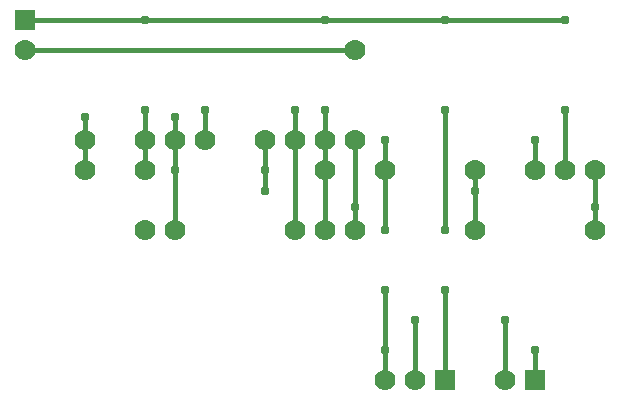
<source format=gbl>
G75*
%MOIN*%
%OFA0B0*%
%FSLAX25Y25*%
%IPPOS*%
%LPD*%
%AMOC8*
5,1,8,0,0,1.08239X$1,22.5*
%
%ADD10C,0.07000*%
%ADD11R,0.07000X0.07000*%
%ADD12C,0.01600*%
%ADD13C,0.03100*%
D10*
X0131000Y0051000D03*
X0141000Y0051000D03*
X0171000Y0051000D03*
X0161000Y0101000D03*
X0161000Y0121000D03*
X0181000Y0121000D03*
X0191000Y0121000D03*
X0201000Y0121000D03*
X0201000Y0101000D03*
X0131000Y0121000D03*
X0121000Y0131000D03*
X0111000Y0131000D03*
X0101000Y0131000D03*
X0091000Y0131000D03*
X0111000Y0121000D03*
X0111000Y0101000D03*
X0101000Y0101000D03*
X0121000Y0101000D03*
X0071000Y0131000D03*
X0061000Y0131000D03*
X0051000Y0131000D03*
X0051000Y0120843D03*
X0031000Y0120843D03*
X0031000Y0131000D03*
X0051000Y0100843D03*
X0061000Y0101000D03*
X0011000Y0161000D03*
X0121000Y0161000D03*
D11*
X0011000Y0171000D03*
X0151000Y0051000D03*
X0181000Y0051000D03*
D12*
X0181000Y0061000D01*
X0171000Y0071000D02*
X0171000Y0051000D01*
X0151000Y0051000D02*
X0151000Y0081000D01*
X0141000Y0071000D02*
X0141000Y0051000D01*
X0131000Y0051000D02*
X0131000Y0061000D01*
X0131000Y0051000D02*
X0131000Y0081000D01*
X0131000Y0101000D02*
X0131000Y0121000D01*
X0131000Y0131000D01*
X0121000Y0131000D02*
X0121000Y0108500D01*
X0121000Y0101000D01*
X0111000Y0101000D02*
X0111000Y0121000D01*
X0111000Y0131000D01*
X0111000Y0141000D01*
X0101000Y0141000D02*
X0101000Y0131000D01*
X0101000Y0101000D01*
X0091000Y0114000D02*
X0091000Y0121000D01*
X0091000Y0131000D01*
X0071000Y0131000D02*
X0071000Y0141000D01*
X0061000Y0138500D02*
X0061000Y0121000D01*
X0061000Y0101000D01*
X0061000Y0121000D02*
X0061000Y0131000D01*
X0051000Y0131000D02*
X0051000Y0120843D01*
X0051000Y0131000D02*
X0051000Y0141000D01*
X0031000Y0138500D02*
X0031000Y0131000D01*
X0031000Y0120843D01*
X0011000Y0161000D02*
X0121000Y0161000D01*
X0111000Y0171000D02*
X0151000Y0171000D01*
X0191000Y0171000D01*
X0191000Y0141000D02*
X0191000Y0121000D01*
X0201000Y0121000D02*
X0201000Y0108500D01*
X0201000Y0101000D01*
X0181000Y0121000D02*
X0181000Y0131000D01*
X0161000Y0121000D02*
X0161000Y0114000D01*
X0161000Y0101000D01*
X0151000Y0101000D02*
X0151000Y0141000D01*
X0111000Y0171000D02*
X0051000Y0171000D01*
X0011000Y0171000D01*
D13*
X0051000Y0171000D03*
X0051000Y0141000D03*
X0061000Y0138500D03*
X0071000Y0141000D03*
X0101000Y0141000D03*
X0111000Y0141000D03*
X0131000Y0131000D03*
X0151000Y0141000D03*
X0181000Y0131000D03*
X0191000Y0141000D03*
X0161000Y0114000D03*
X0151000Y0101000D03*
X0131000Y0101000D03*
X0121000Y0108500D03*
X0091000Y0114000D03*
X0091000Y0121000D03*
X0061000Y0121000D03*
X0031000Y0138500D03*
X0111000Y0171000D03*
X0151000Y0171000D03*
X0191000Y0171000D03*
X0201000Y0108500D03*
X0151000Y0081000D03*
X0141000Y0071000D03*
X0131000Y0081000D03*
X0131000Y0061000D03*
X0171000Y0071000D03*
X0181000Y0061000D03*
M02*

</source>
